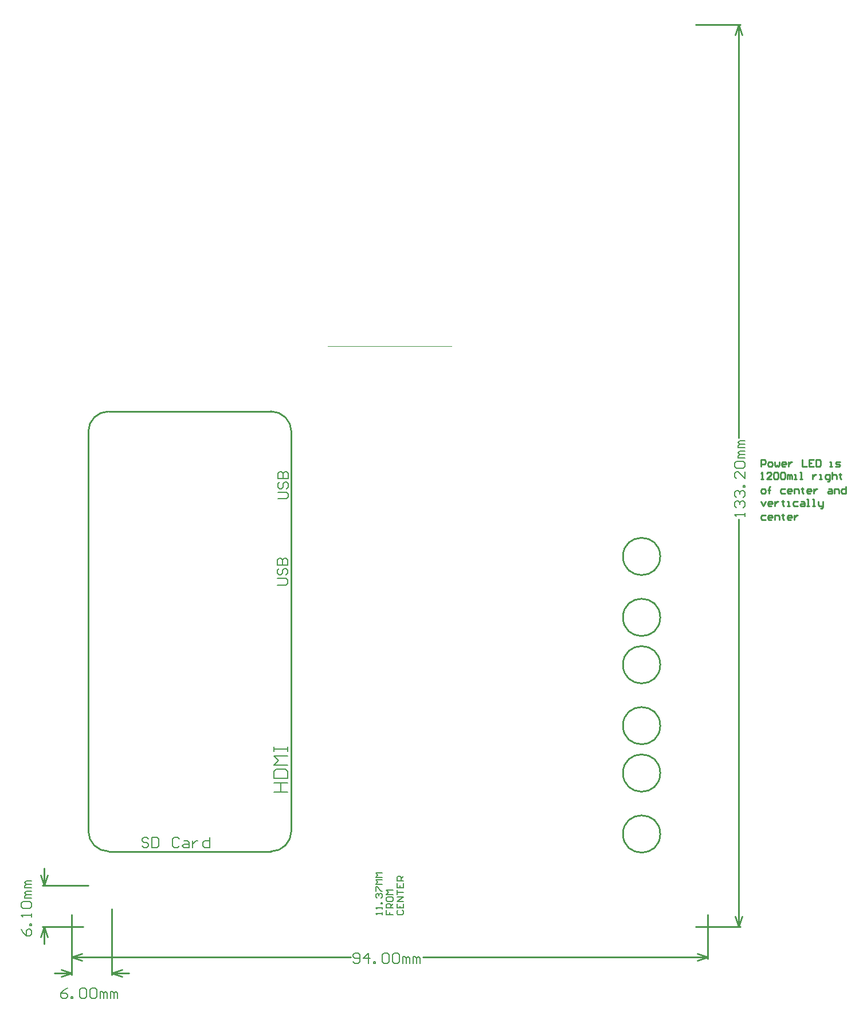
<source format=gm1>
G04*
G04 #@! TF.GenerationSoftware,Altium Limited,Altium Designer,18.0.11 (651)*
G04*
G04 Layer_Color=16711935*
%FSLAX25Y25*%
%MOIN*%
G70*
G01*
G75*
%ADD10C,0.00600*%
%ADD12C,0.00394*%
%ADD13C,0.01000*%
D10*
X-4126Y-255415D02*
Y-254103D01*
Y-254759D01*
X-8062D01*
X-7406Y-255415D01*
X-4126Y-252135D02*
Y-250823D01*
Y-251479D01*
X-8062D01*
X-7406Y-252135D01*
X-4126Y-248855D02*
X-4782D01*
Y-248199D01*
X-4126D01*
Y-248855D01*
X-7406Y-245575D02*
X-8062Y-244919D01*
Y-243607D01*
X-7406Y-242951D01*
X-6750D01*
X-6094Y-243607D01*
Y-244263D01*
Y-243607D01*
X-5438Y-242951D01*
X-4782D01*
X-4126Y-243607D01*
Y-244919D01*
X-4782Y-245575D01*
X-8062Y-241640D02*
Y-239016D01*
X-7406D01*
X-4782Y-241640D01*
X-4126D01*
Y-237704D02*
X-8062D01*
X-6750Y-236392D01*
X-8062Y-235080D01*
X-4126D01*
Y-233768D02*
X-8062D01*
X-6750Y-232456D01*
X-8062Y-231144D01*
X-4126D01*
X-1899Y-252791D02*
Y-255415D01*
X69D01*
Y-254103D01*
Y-255415D01*
X2037D01*
Y-251479D02*
X-1899D01*
Y-249511D01*
X-1243Y-248855D01*
X69D01*
X725Y-249511D01*
Y-251479D01*
Y-250167D02*
X2037Y-248855D01*
X-1899Y-245575D02*
Y-246887D01*
X-1243Y-247543D01*
X1381D01*
X2037Y-246887D01*
Y-245575D01*
X1381Y-244919D01*
X-1243D01*
X-1899Y-245575D01*
X2037Y-243607D02*
X-1899D01*
X-587Y-242296D01*
X-1899Y-240984D01*
X2037D01*
X4920Y-252791D02*
X4264Y-253447D01*
Y-254759D01*
X4920Y-255415D01*
X7544D01*
X8200Y-254759D01*
Y-253447D01*
X7544Y-252791D01*
X4264Y-248855D02*
Y-251479D01*
X8200D01*
Y-248855D01*
X6232Y-251479D02*
Y-250167D01*
X8200Y-247543D02*
X4264D01*
X8200Y-244919D01*
X4264D01*
Y-243607D02*
Y-240984D01*
Y-242296D01*
X8200D01*
X4264Y-237048D02*
Y-239672D01*
X8200D01*
Y-237048D01*
X6232Y-239672D02*
Y-238360D01*
X8200Y-235736D02*
X4264D01*
Y-233768D01*
X4920Y-233112D01*
X6232D01*
X6888Y-233768D01*
Y-235736D01*
Y-234424D02*
X8200Y-233112D01*
X-140094Y-211359D02*
X-141078Y-210375D01*
X-143046D01*
X-144030Y-211359D01*
Y-212343D01*
X-143046Y-213327D01*
X-141078D01*
X-140094Y-214311D01*
Y-215295D01*
X-141078Y-216279D01*
X-143046D01*
X-144030Y-215295D01*
X-138126Y-210375D02*
Y-216279D01*
X-135174D01*
X-134190Y-215295D01*
Y-211359D01*
X-135174Y-210375D01*
X-138126D01*
X-122383Y-211359D02*
X-123367Y-210375D01*
X-125335D01*
X-126319Y-211359D01*
Y-215295D01*
X-125335Y-216279D01*
X-123367D01*
X-122383Y-215295D01*
X-119431Y-212343D02*
X-117464D01*
X-116480Y-213327D01*
Y-216279D01*
X-119431D01*
X-120415Y-215295D01*
X-119431Y-214311D01*
X-116480D01*
X-114512Y-212343D02*
Y-216279D01*
Y-214311D01*
X-113528Y-213327D01*
X-112544Y-212343D01*
X-111560D01*
X-104673Y-210375D02*
Y-216279D01*
X-107624D01*
X-108608Y-215295D01*
Y-213327D01*
X-107624Y-212343D01*
X-104673D01*
X-67174Y-183921D02*
X-59303D01*
X-63239D01*
Y-178673D01*
X-67174D01*
X-59303D01*
X-67174Y-176049D02*
X-59303D01*
Y-172113D01*
X-60615Y-170801D01*
X-65862D01*
X-67174Y-172113D01*
Y-176049D01*
X-59303Y-168178D02*
X-67174D01*
X-64550Y-165554D01*
X-67174Y-162930D01*
X-59303D01*
X-67174Y-160306D02*
Y-157682D01*
Y-158994D01*
X-59303D01*
Y-160306D01*
Y-157682D01*
X-65123Y-63689D02*
X-60204D01*
X-59220Y-62705D01*
Y-60737D01*
X-60204Y-59753D01*
X-65123D01*
X-64140Y-53849D02*
X-65123Y-54833D01*
Y-56801D01*
X-64140Y-57785D01*
X-63156D01*
X-62172Y-56801D01*
Y-54833D01*
X-61188Y-53849D01*
X-60204D01*
X-59220Y-54833D01*
Y-56801D01*
X-60204Y-57785D01*
X-65123Y-51881D02*
X-59220D01*
Y-48930D01*
X-60204Y-47946D01*
X-61188D01*
X-62172Y-48930D01*
Y-51881D01*
Y-48930D01*
X-63156Y-47946D01*
X-64140D01*
X-65123Y-48930D01*
Y-51881D01*
X-64821Y-13465D02*
X-59901D01*
X-58917Y-12481D01*
Y-10514D01*
X-59901Y-9530D01*
X-64821D01*
X-63837Y-3626D02*
X-64821Y-4610D01*
Y-6578D01*
X-63837Y-7562D01*
X-62853D01*
X-61869Y-6578D01*
Y-4610D01*
X-60885Y-3626D01*
X-59901D01*
X-58917Y-4610D01*
Y-6578D01*
X-59901Y-7562D01*
X-64821Y-1658D02*
X-58917D01*
Y1294D01*
X-59901Y2278D01*
X-60885D01*
X-61869Y1294D01*
Y-1658D01*
Y1294D01*
X-62853Y2278D01*
X-63837D01*
X-64821Y1294D01*
Y-1658D01*
X-187324Y-297850D02*
X-189324Y-298850D01*
X-191323Y-300850D01*
Y-302849D01*
X-190323Y-303849D01*
X-188324D01*
X-187324Y-302849D01*
Y-301849D01*
X-188324Y-300850D01*
X-191323D01*
X-185325Y-303849D02*
Y-302849D01*
X-184325D01*
Y-303849D01*
X-185325D01*
X-180327Y-298850D02*
X-179327Y-297850D01*
X-177328D01*
X-176328Y-298850D01*
Y-302849D01*
X-177328Y-303849D01*
X-179327D01*
X-180327Y-302849D01*
Y-298850D01*
X-174328D02*
X-173329Y-297850D01*
X-171329D01*
X-170330Y-298850D01*
Y-302849D01*
X-171329Y-303849D01*
X-173329D01*
X-174328Y-302849D01*
Y-298850D01*
X-168331Y-303849D02*
Y-299850D01*
X-167331D01*
X-166331Y-300850D01*
Y-303849D01*
Y-300850D01*
X-165331Y-299850D01*
X-164332Y-300850D01*
Y-303849D01*
X-162332D02*
Y-299850D01*
X-161333D01*
X-160333Y-300850D01*
Y-303849D01*
Y-300850D01*
X-159333Y-299850D01*
X-158334Y-300850D01*
Y-303849D01*
X-214266Y-263793D02*
X-213267Y-265792D01*
X-211267Y-267792D01*
X-209268D01*
X-208268Y-266792D01*
Y-264793D01*
X-209268Y-263793D01*
X-210268D01*
X-211267Y-264793D01*
Y-267792D01*
X-208268Y-261794D02*
X-209268D01*
Y-260794D01*
X-208268D01*
Y-261794D01*
Y-256795D02*
Y-254796D01*
Y-255796D01*
X-214266D01*
X-213267Y-256795D01*
Y-251797D02*
X-214266Y-250797D01*
Y-248798D01*
X-213267Y-247798D01*
X-209268D01*
X-208268Y-248798D01*
Y-250797D01*
X-209268Y-251797D01*
X-213267D01*
X-208268Y-245799D02*
X-212267D01*
Y-244799D01*
X-211267Y-243799D01*
X-208268D01*
X-211267D01*
X-212267Y-242800D01*
X-211267Y-241800D01*
X-208268D01*
Y-239801D02*
X-212267D01*
Y-238801D01*
X-211267Y-237801D01*
X-208268D01*
X-211267D01*
X-212267Y-236802D01*
X-211267Y-235802D01*
X-208268D01*
X-21094Y-282495D02*
X-20094Y-283494D01*
X-18095D01*
X-17095Y-282495D01*
Y-278496D01*
X-18095Y-277496D01*
X-20094D01*
X-21094Y-278496D01*
Y-279496D01*
X-20094Y-280495D01*
X-17095D01*
X-12097Y-283494D02*
Y-277496D01*
X-15096Y-280495D01*
X-11097D01*
X-9098Y-283494D02*
Y-282495D01*
X-8098D01*
Y-283494D01*
X-9098D01*
X-4099Y-278496D02*
X-3100Y-277496D01*
X-1100D01*
X-100Y-278496D01*
Y-282495D01*
X-1100Y-283494D01*
X-3100D01*
X-4099Y-282495D01*
Y-278496D01*
X1899D02*
X2898Y-277496D01*
X4898D01*
X5898Y-278496D01*
Y-282495D01*
X4898Y-283494D01*
X2898D01*
X1899Y-282495D01*
Y-278496D01*
X7897Y-283494D02*
Y-279496D01*
X8897D01*
X9896Y-280495D01*
Y-283494D01*
Y-280495D01*
X10896Y-279496D01*
X11896Y-280495D01*
Y-283494D01*
X13895D02*
Y-279496D01*
X14895D01*
X15894Y-280495D01*
Y-283494D01*
Y-280495D01*
X16894Y-279496D01*
X17894Y-280495D01*
Y-283494D01*
X206772Y-23593D02*
Y-21594D01*
Y-22593D01*
X200774D01*
X201773Y-23593D01*
Y-18595D02*
X200774Y-17595D01*
Y-15596D01*
X201773Y-14596D01*
X202773D01*
X203773Y-15596D01*
Y-16595D01*
Y-15596D01*
X204772Y-14596D01*
X205772D01*
X206772Y-15596D01*
Y-17595D01*
X205772Y-18595D01*
X201773Y-12596D02*
X200774Y-11597D01*
Y-9597D01*
X201773Y-8598D01*
X202773D01*
X203773Y-9597D01*
Y-10597D01*
Y-9597D01*
X204772Y-8598D01*
X205772D01*
X206772Y-9597D01*
Y-11597D01*
X205772Y-12596D01*
X206772Y-6598D02*
X205772D01*
Y-5599D01*
X206772D01*
Y-6598D01*
Y2399D02*
Y-1600D01*
X202773Y2399D01*
X201773D01*
X200774Y1399D01*
Y-600D01*
X201773Y-1600D01*
Y4398D02*
X200774Y5398D01*
Y7397D01*
X201773Y8397D01*
X205772D01*
X206772Y7397D01*
Y5398D01*
X205772Y4398D01*
X201773D01*
X206772Y10396D02*
X202773D01*
Y11396D01*
X203773Y12395D01*
X206772D01*
X203773D01*
X202773Y13395D01*
X203773Y14395D01*
X206772D01*
Y16394D02*
X202773D01*
Y17394D01*
X203773Y18394D01*
X206772D01*
X203773D01*
X202773Y19393D01*
X203773Y20393D01*
X206772D01*
D12*
X-36024Y75394D02*
X36024D01*
D13*
X-57087Y25591D02*
G03*
X-68898Y37402I-11811J0D01*
G01*
Y-218504D02*
G03*
X-57087Y-206693I0J11811D01*
G01*
X-175197D02*
G03*
X-163386Y-218504I11811J0D01*
G01*
Y37402D02*
G03*
X-175197Y25591I0J-11811D01*
G01*
X157470Y-172953D02*
G03*
X157470Y-172953I-10827J0D01*
G01*
Y-208386D02*
G03*
X157470Y-208386I-10827J0D01*
G01*
Y-46969D02*
G03*
X157470Y-46969I-10827J0D01*
G01*
Y-82402D02*
G03*
X157470Y-82402I-10827J0D01*
G01*
Y-109961D02*
G03*
X157470Y-109961I-10827J0D01*
G01*
Y-145394D02*
G03*
X157470Y-145394I-10827J0D01*
G01*
X-175197Y-206693D02*
Y25591D01*
X-163386Y-218504D02*
X-68898D01*
X-57087Y-206693D02*
Y25591D01*
X-163386Y37402D02*
X-68898D01*
X-161417Y-289453D02*
X-155417Y-287453D01*
X-161417Y-289453D02*
X-155417Y-291453D01*
X-191039D02*
X-185039Y-289453D01*
X-191039Y-287453D02*
X-185039Y-289453D01*
X-161417D02*
X-151417D01*
X-195039D02*
X-185039D01*
Y-290453D02*
Y-255331D01*
X-161417Y-290453D02*
Y-251889D01*
X-203070Y-232189D02*
X-201070Y-238189D01*
X-199070Y-232189D01*
X-201070Y-262205D02*
X-199070Y-268205D01*
X-203070D02*
X-201070Y-262205D01*
Y-238189D02*
Y-228189D01*
Y-272205D02*
Y-262205D01*
X-202070D02*
X-178165D01*
X-202070Y-238189D02*
X-175117D01*
X-185039Y-279895D02*
X-179039Y-277895D01*
X-185039Y-279895D02*
X-179039Y-281895D01*
X179039D02*
X185039Y-279895D01*
X179039Y-277895D02*
X185039Y-279895D01*
X-185039D02*
X-22694D01*
X19494D02*
X185039D01*
X-185039Y-280895D02*
Y-255331D01*
X185039Y-280895D02*
Y-255331D01*
X203173Y262205D02*
X205173Y256205D01*
X201173D02*
X203173Y262205D01*
X201173Y-256205D02*
X203173Y-262205D01*
X205173Y-256205D01*
X203173Y21993D02*
Y262205D01*
Y-262205D02*
Y-25193D01*
X178165Y262205D02*
X204173D01*
X178165Y-262205D02*
X204173D01*
X215992Y5275D02*
Y9274D01*
X217991D01*
X218657Y8607D01*
Y7274D01*
X217991Y6608D01*
X215992D01*
X220657Y5275D02*
X221990D01*
X222656Y5942D01*
Y7274D01*
X221990Y7941D01*
X220657D01*
X219990Y7274D01*
Y5942D01*
X220657Y5275D01*
X223989Y7941D02*
Y5942D01*
X224656Y5275D01*
X225322Y5942D01*
X225989Y5275D01*
X226655Y5942D01*
Y7941D01*
X229987Y5275D02*
X228654D01*
X227988Y5942D01*
Y7274D01*
X228654Y7941D01*
X229987D01*
X230654Y7274D01*
Y6608D01*
X227988D01*
X231986Y7941D02*
Y5275D01*
Y6608D01*
X232653Y7274D01*
X233319Y7941D01*
X233986D01*
X239984Y9274D02*
Y5275D01*
X242650D01*
X246649Y9274D02*
X243983D01*
Y5275D01*
X246649D01*
X243983Y7274D02*
X245316D01*
X247981Y9274D02*
Y5275D01*
X249981D01*
X250647Y5942D01*
Y8607D01*
X249981Y9274D01*
X247981D01*
X255979Y5275D02*
X257312D01*
X256645D01*
Y7941D01*
X255979D01*
X259311Y5275D02*
X261310D01*
X261977Y5942D01*
X261310Y6608D01*
X259978D01*
X259311Y7274D01*
X259978Y7941D01*
X261977D01*
X215992Y-1923D02*
X217325D01*
X216658D01*
Y2075D01*
X215992Y1409D01*
X221990Y-1923D02*
X219324D01*
X221990Y742D01*
Y1409D01*
X221323Y2075D01*
X219990D01*
X219324Y1409D01*
X223323D02*
X223989Y2075D01*
X225322D01*
X225989Y1409D01*
Y-1257D01*
X225322Y-1923D01*
X223989D01*
X223323Y-1257D01*
Y1409D01*
X227321D02*
X227988Y2075D01*
X229321D01*
X229987Y1409D01*
Y-1257D01*
X229321Y-1923D01*
X227988D01*
X227321Y-1257D01*
Y1409D01*
X231320Y-1923D02*
Y742D01*
X231986D01*
X232653Y76D01*
Y-1923D01*
Y76D01*
X233319Y742D01*
X233986Y76D01*
Y-1923D01*
X235319D02*
X236652D01*
X235985D01*
Y742D01*
X235319D01*
X238651Y-1923D02*
X239984D01*
X239317D01*
Y2075D01*
X238651D01*
X245982Y742D02*
Y-1923D01*
Y-591D01*
X246649Y76D01*
X247315Y742D01*
X247981D01*
X249981Y-1923D02*
X251314D01*
X250647D01*
Y742D01*
X249981D01*
X254646Y-3256D02*
X255312D01*
X255979Y-2590D01*
Y742D01*
X253979D01*
X253313Y76D01*
Y-1257D01*
X253979Y-1923D01*
X255979D01*
X257312Y2075D02*
Y-1923D01*
Y76D01*
X257978Y742D01*
X259311D01*
X259978Y76D01*
Y-1923D01*
X261977Y1409D02*
Y742D01*
X261310D01*
X262643D01*
X261977D01*
Y-1257D01*
X262643Y-1923D01*
X216658Y-10455D02*
X217991D01*
X218657Y-9788D01*
Y-8455D01*
X217991Y-7789D01*
X216658D01*
X215992Y-8455D01*
Y-9788D01*
X216658Y-10455D01*
X220657D02*
Y-7123D01*
Y-8455D01*
X219990D01*
X221323D01*
X220657D01*
Y-7123D01*
X221323Y-6456D01*
X229987Y-7789D02*
X227988D01*
X227321Y-8455D01*
Y-9788D01*
X227988Y-10455D01*
X229987D01*
X233319D02*
X231986D01*
X231320Y-9788D01*
Y-8455D01*
X231986Y-7789D01*
X233319D01*
X233986Y-8455D01*
Y-9122D01*
X231320D01*
X235319Y-10455D02*
Y-7789D01*
X237318D01*
X237985Y-8455D01*
Y-10455D01*
X239984Y-7123D02*
Y-7789D01*
X239317D01*
X240650D01*
X239984D01*
Y-9788D01*
X240650Y-10455D01*
X244649D02*
X243316D01*
X242650Y-9788D01*
Y-8455D01*
X243316Y-7789D01*
X244649D01*
X245316Y-8455D01*
Y-9122D01*
X242650D01*
X246649Y-7789D02*
Y-10455D01*
Y-9122D01*
X247315Y-8455D01*
X247981Y-7789D01*
X248648D01*
X255312D02*
X256645D01*
X257312Y-8455D01*
Y-10455D01*
X255312D01*
X254646Y-9788D01*
X255312Y-9122D01*
X257312D01*
X258645Y-10455D02*
Y-7789D01*
X260644D01*
X261310Y-8455D01*
Y-10455D01*
X265309Y-6456D02*
Y-10455D01*
X263310D01*
X262643Y-9788D01*
Y-8455D01*
X263310Y-7789D01*
X265309D01*
X215992Y-14987D02*
X217325Y-17653D01*
X218657Y-14987D01*
X221990Y-17653D02*
X220657D01*
X219990Y-16987D01*
Y-15654D01*
X220657Y-14987D01*
X221990D01*
X222656Y-15654D01*
Y-16320D01*
X219990D01*
X223989Y-14987D02*
Y-17653D01*
Y-16320D01*
X224656Y-15654D01*
X225322Y-14987D01*
X225989D01*
X228654Y-14321D02*
Y-14987D01*
X227988D01*
X229321D01*
X228654D01*
Y-16987D01*
X229321Y-17653D01*
X231320D02*
X232653D01*
X231986D01*
Y-14987D01*
X231320D01*
X237318D02*
X235319D01*
X234652Y-15654D01*
Y-16987D01*
X235319Y-17653D01*
X237318D01*
X239317Y-14987D02*
X240650D01*
X241317Y-15654D01*
Y-17653D01*
X239317D01*
X238651Y-16987D01*
X239317Y-16320D01*
X241317D01*
X242650Y-17653D02*
X243983D01*
X243316D01*
Y-13655D01*
X242650D01*
X245982Y-17653D02*
X247315D01*
X246649D01*
Y-13655D01*
X245982D01*
X249314Y-14987D02*
Y-16987D01*
X249981Y-17653D01*
X251980D01*
Y-18320D01*
X251314Y-18986D01*
X250647D01*
X251980Y-17653D02*
Y-14987D01*
X218657Y-22852D02*
X216658D01*
X215992Y-23519D01*
Y-24852D01*
X216658Y-25518D01*
X218657D01*
X221990D02*
X220657D01*
X219990Y-24852D01*
Y-23519D01*
X220657Y-22852D01*
X221990D01*
X222656Y-23519D01*
Y-24185D01*
X219990D01*
X223989Y-25518D02*
Y-22852D01*
X225989D01*
X226655Y-23519D01*
Y-25518D01*
X228654Y-22186D02*
Y-22852D01*
X227988D01*
X229321D01*
X228654D01*
Y-24852D01*
X229321Y-25518D01*
X233319D02*
X231986D01*
X231320Y-24852D01*
Y-23519D01*
X231986Y-22852D01*
X233319D01*
X233986Y-23519D01*
Y-24185D01*
X231320D01*
X235319Y-22852D02*
Y-25518D01*
Y-24185D01*
X235985Y-23519D01*
X236652Y-22852D01*
X237318D01*
M02*

</source>
